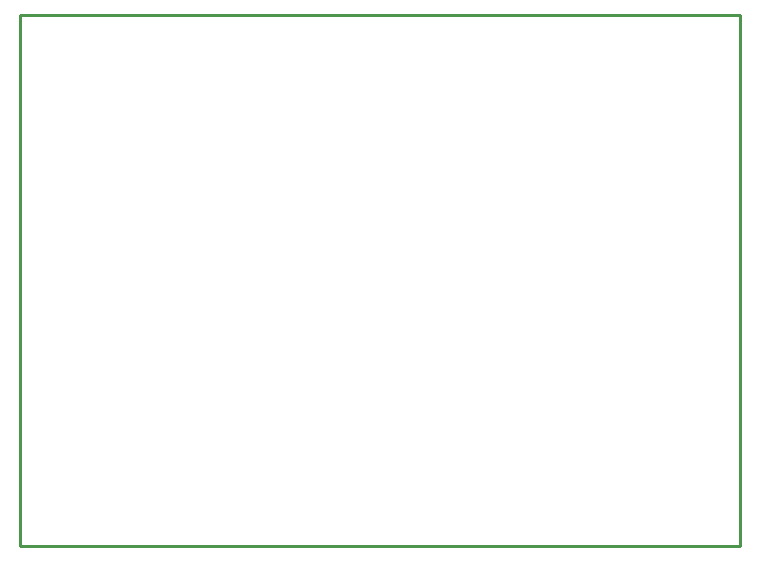
<source format=gbr>
G04 EAGLE Gerber RS-274X export*
G75*
%MOMM*%
%FSLAX34Y34*%
%LPD*%
%IN*%
%IPPOS*%
%AMOC8*
5,1,8,0,0,1.08239X$1,22.5*%
G01*
G04 Define Apertures*
%ADD10C,0.254000*%
D10*
X0Y0D02*
X610000Y0D01*
X610000Y450000D01*
X0Y450000D01*
X0Y0D01*
M02*

</source>
